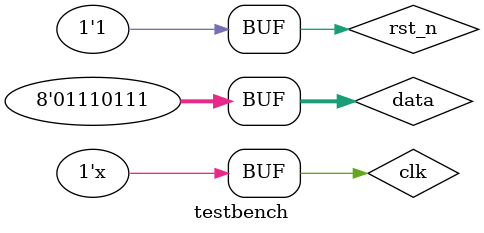
<source format=v>
`timescale 1ns / 1ps


module testbench();
// constants                                           
// general purpose registers
// test vector input registers
reg clk;
reg [7:0] data;
reg rst_n;
// wires                                               
wire [7:0]  crc;

// assign statements (if any)                          
crc i1 (
// port map - connection between master ports and signals/registers   
	.clk(clk),
	.crc(crc),
	.data(data),
	.rst_n(rst_n)
);

initial                                                
begin                                                  
// code that executes only once                        
// insert code here --> begin                          
	clk=0;
	rst_n=0;
	data=8'b1011_0110;                                                       
// --> end                                                                    
end
                                                    
always #10 clk=~clk;                                                
// optional sensitivity list                           
// @(event1 or event2 or .... eventn)                  

initial
begin                                                  
// code executes for every event on sensitivity list   
// insert code here --> begin                          
	#30 rst_n=1;
	#1000 rst_n=0;
	#30 rst_n=1;
	#1000 rst_n=0;
	#30 rst_n=1; 
	#1000 rst_n=0;
	#30 rst_n=1;
	#1000 rst_n=0;
	#30 rst_n=1; 
	#1000 rst_n=0;
	#30 rst_n=1; 
	#1000 rst_n=0;
	#30 rst_n=1;                                                                                              
// --> end                                             
end

initial
begin
	#1030 data=8'b0100_1100;
	#1030 data=8'b1011_0011;
	#1030 data=8'b1001_0010;
	#1030 data=8'b0011_0110;
	#1030 data=8'b1010_0101;
	#1030 data=8'b0111_0111;
end   
                                                 
endmodule

</source>
